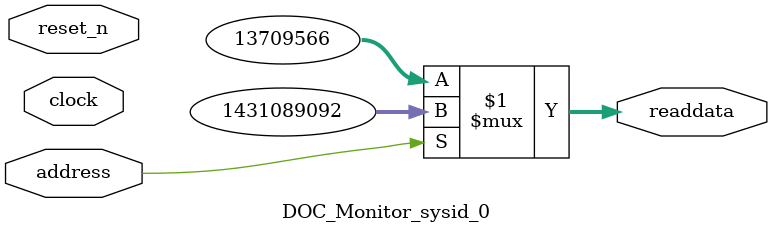
<source format=v>

`timescale 1ns / 1ps
// synthesis translate_on

// turn off superfluous verilog processor warnings 
// altera message_level Level1 
// altera message_off 10034 10035 10036 10037 10230 10240 10030 

module DOC_Monitor_sysid_0 (
               // inputs:
                address,
                clock,
                reset_n,

               // outputs:
                readdata
             )
;

  output  [ 31: 0] readdata;
  input            address;
  input            clock;
  input            reset_n;

  wire    [ 31: 0] readdata;
  //control_slave, which is an e_avalon_slave
  assign readdata = address ? 1431089092 : 13709566;

endmodule




</source>
